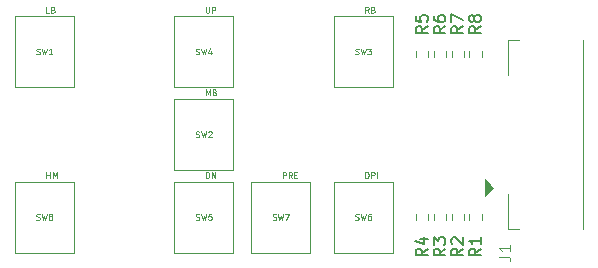
<source format=gbr>
%TF.GenerationSoftware,KiCad,Pcbnew,8.0.6-1.fc40*%
%TF.CreationDate,2025-02-15T18:16:14+01:00*%
%TF.ProjectId,airMouse-mouse,6169724d-6f75-4736-952d-6d6f7573652e,RC1*%
%TF.SameCoordinates,Original*%
%TF.FileFunction,Legend,Top*%
%TF.FilePolarity,Positive*%
%FSLAX46Y46*%
G04 Gerber Fmt 4.6, Leading zero omitted, Abs format (unit mm)*
G04 Created by KiCad (PCBNEW 8.0.6-1.fc40) date 2025-02-15 18:16:14*
%MOMM*%
%LPD*%
G01*
G04 APERTURE LIST*
%ADD10C,0.150000*%
%ADD11C,0.080000*%
%ADD12C,0.100000*%
%ADD13C,0.120000*%
G04 APERTURE END LIST*
D10*
X153954819Y-70841666D02*
X153478628Y-71174999D01*
X153954819Y-71413094D02*
X152954819Y-71413094D01*
X152954819Y-71413094D02*
X152954819Y-71032142D01*
X152954819Y-71032142D02*
X153002438Y-70936904D01*
X153002438Y-70936904D02*
X153050057Y-70889285D01*
X153050057Y-70889285D02*
X153145295Y-70841666D01*
X153145295Y-70841666D02*
X153288152Y-70841666D01*
X153288152Y-70841666D02*
X153383390Y-70889285D01*
X153383390Y-70889285D02*
X153431009Y-70936904D01*
X153431009Y-70936904D02*
X153478628Y-71032142D01*
X153478628Y-71032142D02*
X153478628Y-71413094D01*
X152954819Y-69984523D02*
X152954819Y-70174999D01*
X152954819Y-70174999D02*
X153002438Y-70270237D01*
X153002438Y-70270237D02*
X153050057Y-70317856D01*
X153050057Y-70317856D02*
X153192914Y-70413094D01*
X153192914Y-70413094D02*
X153383390Y-70460713D01*
X153383390Y-70460713D02*
X153764342Y-70460713D01*
X153764342Y-70460713D02*
X153859580Y-70413094D01*
X153859580Y-70413094D02*
X153907200Y-70365475D01*
X153907200Y-70365475D02*
X153954819Y-70270237D01*
X153954819Y-70270237D02*
X153954819Y-70079761D01*
X153954819Y-70079761D02*
X153907200Y-69984523D01*
X153907200Y-69984523D02*
X153859580Y-69936904D01*
X153859580Y-69936904D02*
X153764342Y-69889285D01*
X153764342Y-69889285D02*
X153526247Y-69889285D01*
X153526247Y-69889285D02*
X153431009Y-69936904D01*
X153431009Y-69936904D02*
X153383390Y-69984523D01*
X153383390Y-69984523D02*
X153335771Y-70079761D01*
X153335771Y-70079761D02*
X153335771Y-70270237D01*
X153335771Y-70270237D02*
X153383390Y-70365475D01*
X153383390Y-70365475D02*
X153431009Y-70413094D01*
X153431009Y-70413094D02*
X153526247Y-70460713D01*
D11*
X132833334Y-87203340D02*
X132904762Y-87227149D01*
X132904762Y-87227149D02*
X133023810Y-87227149D01*
X133023810Y-87227149D02*
X133071429Y-87203340D01*
X133071429Y-87203340D02*
X133095238Y-87179530D01*
X133095238Y-87179530D02*
X133119048Y-87131911D01*
X133119048Y-87131911D02*
X133119048Y-87084292D01*
X133119048Y-87084292D02*
X133095238Y-87036673D01*
X133095238Y-87036673D02*
X133071429Y-87012863D01*
X133071429Y-87012863D02*
X133023810Y-86989054D01*
X133023810Y-86989054D02*
X132928572Y-86965244D01*
X132928572Y-86965244D02*
X132880953Y-86941435D01*
X132880953Y-86941435D02*
X132857143Y-86917625D01*
X132857143Y-86917625D02*
X132833334Y-86870006D01*
X132833334Y-86870006D02*
X132833334Y-86822387D01*
X132833334Y-86822387D02*
X132857143Y-86774768D01*
X132857143Y-86774768D02*
X132880953Y-86750959D01*
X132880953Y-86750959D02*
X132928572Y-86727149D01*
X132928572Y-86727149D02*
X133047619Y-86727149D01*
X133047619Y-86727149D02*
X133119048Y-86750959D01*
X133285714Y-86727149D02*
X133404762Y-87227149D01*
X133404762Y-87227149D02*
X133500000Y-86870006D01*
X133500000Y-86870006D02*
X133595238Y-87227149D01*
X133595238Y-87227149D02*
X133714286Y-86727149D01*
X134142857Y-86727149D02*
X133904762Y-86727149D01*
X133904762Y-86727149D02*
X133880953Y-86965244D01*
X133880953Y-86965244D02*
X133904762Y-86941435D01*
X133904762Y-86941435D02*
X133952381Y-86917625D01*
X133952381Y-86917625D02*
X134071429Y-86917625D01*
X134071429Y-86917625D02*
X134119048Y-86941435D01*
X134119048Y-86941435D02*
X134142857Y-86965244D01*
X134142857Y-86965244D02*
X134166667Y-87012863D01*
X134166667Y-87012863D02*
X134166667Y-87131911D01*
X134166667Y-87131911D02*
X134142857Y-87179530D01*
X134142857Y-87179530D02*
X134119048Y-87203340D01*
X134119048Y-87203340D02*
X134071429Y-87227149D01*
X134071429Y-87227149D02*
X133952381Y-87227149D01*
X133952381Y-87227149D02*
X133904762Y-87203340D01*
X133904762Y-87203340D02*
X133880953Y-87179530D01*
X133671678Y-83684649D02*
X133671678Y-83184649D01*
X133671678Y-83184649D02*
X133790726Y-83184649D01*
X133790726Y-83184649D02*
X133862154Y-83208459D01*
X133862154Y-83208459D02*
X133909773Y-83256078D01*
X133909773Y-83256078D02*
X133933583Y-83303697D01*
X133933583Y-83303697D02*
X133957392Y-83398935D01*
X133957392Y-83398935D02*
X133957392Y-83470363D01*
X133957392Y-83470363D02*
X133933583Y-83565601D01*
X133933583Y-83565601D02*
X133909773Y-83613220D01*
X133909773Y-83613220D02*
X133862154Y-83660840D01*
X133862154Y-83660840D02*
X133790726Y-83684649D01*
X133790726Y-83684649D02*
X133671678Y-83684649D01*
X134171678Y-83684649D02*
X134171678Y-83184649D01*
X134171678Y-83184649D02*
X134457392Y-83684649D01*
X134457392Y-83684649D02*
X134457392Y-83184649D01*
D10*
X156954819Y-70841666D02*
X156478628Y-71174999D01*
X156954819Y-71413094D02*
X155954819Y-71413094D01*
X155954819Y-71413094D02*
X155954819Y-71032142D01*
X155954819Y-71032142D02*
X156002438Y-70936904D01*
X156002438Y-70936904D02*
X156050057Y-70889285D01*
X156050057Y-70889285D02*
X156145295Y-70841666D01*
X156145295Y-70841666D02*
X156288152Y-70841666D01*
X156288152Y-70841666D02*
X156383390Y-70889285D01*
X156383390Y-70889285D02*
X156431009Y-70936904D01*
X156431009Y-70936904D02*
X156478628Y-71032142D01*
X156478628Y-71032142D02*
X156478628Y-71413094D01*
X156383390Y-70270237D02*
X156335771Y-70365475D01*
X156335771Y-70365475D02*
X156288152Y-70413094D01*
X156288152Y-70413094D02*
X156192914Y-70460713D01*
X156192914Y-70460713D02*
X156145295Y-70460713D01*
X156145295Y-70460713D02*
X156050057Y-70413094D01*
X156050057Y-70413094D02*
X156002438Y-70365475D01*
X156002438Y-70365475D02*
X155954819Y-70270237D01*
X155954819Y-70270237D02*
X155954819Y-70079761D01*
X155954819Y-70079761D02*
X156002438Y-69984523D01*
X156002438Y-69984523D02*
X156050057Y-69936904D01*
X156050057Y-69936904D02*
X156145295Y-69889285D01*
X156145295Y-69889285D02*
X156192914Y-69889285D01*
X156192914Y-69889285D02*
X156288152Y-69936904D01*
X156288152Y-69936904D02*
X156335771Y-69984523D01*
X156335771Y-69984523D02*
X156383390Y-70079761D01*
X156383390Y-70079761D02*
X156383390Y-70270237D01*
X156383390Y-70270237D02*
X156431009Y-70365475D01*
X156431009Y-70365475D02*
X156478628Y-70413094D01*
X156478628Y-70413094D02*
X156573866Y-70460713D01*
X156573866Y-70460713D02*
X156764342Y-70460713D01*
X156764342Y-70460713D02*
X156859580Y-70413094D01*
X156859580Y-70413094D02*
X156907200Y-70365475D01*
X156907200Y-70365475D02*
X156954819Y-70270237D01*
X156954819Y-70270237D02*
X156954819Y-70079761D01*
X156954819Y-70079761D02*
X156907200Y-69984523D01*
X156907200Y-69984523D02*
X156859580Y-69936904D01*
X156859580Y-69936904D02*
X156764342Y-69889285D01*
X156764342Y-69889285D02*
X156573866Y-69889285D01*
X156573866Y-69889285D02*
X156478628Y-69936904D01*
X156478628Y-69936904D02*
X156431009Y-69984523D01*
X156431009Y-69984523D02*
X156383390Y-70079761D01*
X156954819Y-89666666D02*
X156478628Y-89999999D01*
X156954819Y-90238094D02*
X155954819Y-90238094D01*
X155954819Y-90238094D02*
X155954819Y-89857142D01*
X155954819Y-89857142D02*
X156002438Y-89761904D01*
X156002438Y-89761904D02*
X156050057Y-89714285D01*
X156050057Y-89714285D02*
X156145295Y-89666666D01*
X156145295Y-89666666D02*
X156288152Y-89666666D01*
X156288152Y-89666666D02*
X156383390Y-89714285D01*
X156383390Y-89714285D02*
X156431009Y-89761904D01*
X156431009Y-89761904D02*
X156478628Y-89857142D01*
X156478628Y-89857142D02*
X156478628Y-90238094D01*
X156954819Y-88714285D02*
X156954819Y-89285713D01*
X156954819Y-88999999D02*
X155954819Y-88999999D01*
X155954819Y-88999999D02*
X156097676Y-89095237D01*
X156097676Y-89095237D02*
X156192914Y-89190475D01*
X156192914Y-89190475D02*
X156240533Y-89285713D01*
D11*
X146333334Y-73203340D02*
X146404762Y-73227149D01*
X146404762Y-73227149D02*
X146523810Y-73227149D01*
X146523810Y-73227149D02*
X146571429Y-73203340D01*
X146571429Y-73203340D02*
X146595238Y-73179530D01*
X146595238Y-73179530D02*
X146619048Y-73131911D01*
X146619048Y-73131911D02*
X146619048Y-73084292D01*
X146619048Y-73084292D02*
X146595238Y-73036673D01*
X146595238Y-73036673D02*
X146571429Y-73012863D01*
X146571429Y-73012863D02*
X146523810Y-72989054D01*
X146523810Y-72989054D02*
X146428572Y-72965244D01*
X146428572Y-72965244D02*
X146380953Y-72941435D01*
X146380953Y-72941435D02*
X146357143Y-72917625D01*
X146357143Y-72917625D02*
X146333334Y-72870006D01*
X146333334Y-72870006D02*
X146333334Y-72822387D01*
X146333334Y-72822387D02*
X146357143Y-72774768D01*
X146357143Y-72774768D02*
X146380953Y-72750959D01*
X146380953Y-72750959D02*
X146428572Y-72727149D01*
X146428572Y-72727149D02*
X146547619Y-72727149D01*
X146547619Y-72727149D02*
X146619048Y-72750959D01*
X146785714Y-72727149D02*
X146904762Y-73227149D01*
X146904762Y-73227149D02*
X147000000Y-72870006D01*
X147000000Y-72870006D02*
X147095238Y-73227149D01*
X147095238Y-73227149D02*
X147214286Y-72727149D01*
X147357143Y-72727149D02*
X147666667Y-72727149D01*
X147666667Y-72727149D02*
X147500000Y-72917625D01*
X147500000Y-72917625D02*
X147571429Y-72917625D01*
X147571429Y-72917625D02*
X147619048Y-72941435D01*
X147619048Y-72941435D02*
X147642857Y-72965244D01*
X147642857Y-72965244D02*
X147666667Y-73012863D01*
X147666667Y-73012863D02*
X147666667Y-73131911D01*
X147666667Y-73131911D02*
X147642857Y-73179530D01*
X147642857Y-73179530D02*
X147619048Y-73203340D01*
X147619048Y-73203340D02*
X147571429Y-73227149D01*
X147571429Y-73227149D02*
X147428572Y-73227149D01*
X147428572Y-73227149D02*
X147380953Y-73203340D01*
X147380953Y-73203340D02*
X147357143Y-73179530D01*
X147457392Y-69684649D02*
X147290726Y-69446554D01*
X147171678Y-69684649D02*
X147171678Y-69184649D01*
X147171678Y-69184649D02*
X147362154Y-69184649D01*
X147362154Y-69184649D02*
X147409773Y-69208459D01*
X147409773Y-69208459D02*
X147433583Y-69232268D01*
X147433583Y-69232268D02*
X147457392Y-69279887D01*
X147457392Y-69279887D02*
X147457392Y-69351316D01*
X147457392Y-69351316D02*
X147433583Y-69398935D01*
X147433583Y-69398935D02*
X147409773Y-69422744D01*
X147409773Y-69422744D02*
X147362154Y-69446554D01*
X147362154Y-69446554D02*
X147171678Y-69446554D01*
X147838345Y-69422744D02*
X147909773Y-69446554D01*
X147909773Y-69446554D02*
X147933583Y-69470363D01*
X147933583Y-69470363D02*
X147957392Y-69517982D01*
X147957392Y-69517982D02*
X147957392Y-69589411D01*
X147957392Y-69589411D02*
X147933583Y-69637030D01*
X147933583Y-69637030D02*
X147909773Y-69660840D01*
X147909773Y-69660840D02*
X147862154Y-69684649D01*
X147862154Y-69684649D02*
X147671678Y-69684649D01*
X147671678Y-69684649D02*
X147671678Y-69184649D01*
X147671678Y-69184649D02*
X147838345Y-69184649D01*
X147838345Y-69184649D02*
X147885964Y-69208459D01*
X147885964Y-69208459D02*
X147909773Y-69232268D01*
X147909773Y-69232268D02*
X147933583Y-69279887D01*
X147933583Y-69279887D02*
X147933583Y-69327506D01*
X147933583Y-69327506D02*
X147909773Y-69375125D01*
X147909773Y-69375125D02*
X147885964Y-69398935D01*
X147885964Y-69398935D02*
X147838345Y-69422744D01*
X147838345Y-69422744D02*
X147671678Y-69422744D01*
D10*
X152454819Y-89666666D02*
X151978628Y-89999999D01*
X152454819Y-90238094D02*
X151454819Y-90238094D01*
X151454819Y-90238094D02*
X151454819Y-89857142D01*
X151454819Y-89857142D02*
X151502438Y-89761904D01*
X151502438Y-89761904D02*
X151550057Y-89714285D01*
X151550057Y-89714285D02*
X151645295Y-89666666D01*
X151645295Y-89666666D02*
X151788152Y-89666666D01*
X151788152Y-89666666D02*
X151883390Y-89714285D01*
X151883390Y-89714285D02*
X151931009Y-89761904D01*
X151931009Y-89761904D02*
X151978628Y-89857142D01*
X151978628Y-89857142D02*
X151978628Y-90238094D01*
X151788152Y-88809523D02*
X152454819Y-88809523D01*
X151407200Y-89047618D02*
X152121485Y-89285713D01*
X152121485Y-89285713D02*
X152121485Y-88666666D01*
X152454819Y-70841666D02*
X151978628Y-71174999D01*
X152454819Y-71413094D02*
X151454819Y-71413094D01*
X151454819Y-71413094D02*
X151454819Y-71032142D01*
X151454819Y-71032142D02*
X151502438Y-70936904D01*
X151502438Y-70936904D02*
X151550057Y-70889285D01*
X151550057Y-70889285D02*
X151645295Y-70841666D01*
X151645295Y-70841666D02*
X151788152Y-70841666D01*
X151788152Y-70841666D02*
X151883390Y-70889285D01*
X151883390Y-70889285D02*
X151931009Y-70936904D01*
X151931009Y-70936904D02*
X151978628Y-71032142D01*
X151978628Y-71032142D02*
X151978628Y-71413094D01*
X151454819Y-69936904D02*
X151454819Y-70413094D01*
X151454819Y-70413094D02*
X151931009Y-70460713D01*
X151931009Y-70460713D02*
X151883390Y-70413094D01*
X151883390Y-70413094D02*
X151835771Y-70317856D01*
X151835771Y-70317856D02*
X151835771Y-70079761D01*
X151835771Y-70079761D02*
X151883390Y-69984523D01*
X151883390Y-69984523D02*
X151931009Y-69936904D01*
X151931009Y-69936904D02*
X152026247Y-69889285D01*
X152026247Y-69889285D02*
X152264342Y-69889285D01*
X152264342Y-69889285D02*
X152359580Y-69936904D01*
X152359580Y-69936904D02*
X152407200Y-69984523D01*
X152407200Y-69984523D02*
X152454819Y-70079761D01*
X152454819Y-70079761D02*
X152454819Y-70317856D01*
X152454819Y-70317856D02*
X152407200Y-70413094D01*
X152407200Y-70413094D02*
X152359580Y-70460713D01*
X153954819Y-89666666D02*
X153478628Y-89999999D01*
X153954819Y-90238094D02*
X152954819Y-90238094D01*
X152954819Y-90238094D02*
X152954819Y-89857142D01*
X152954819Y-89857142D02*
X153002438Y-89761904D01*
X153002438Y-89761904D02*
X153050057Y-89714285D01*
X153050057Y-89714285D02*
X153145295Y-89666666D01*
X153145295Y-89666666D02*
X153288152Y-89666666D01*
X153288152Y-89666666D02*
X153383390Y-89714285D01*
X153383390Y-89714285D02*
X153431009Y-89761904D01*
X153431009Y-89761904D02*
X153478628Y-89857142D01*
X153478628Y-89857142D02*
X153478628Y-90238094D01*
X152954819Y-89333332D02*
X152954819Y-88714285D01*
X152954819Y-88714285D02*
X153335771Y-89047618D01*
X153335771Y-89047618D02*
X153335771Y-88904761D01*
X153335771Y-88904761D02*
X153383390Y-88809523D01*
X153383390Y-88809523D02*
X153431009Y-88761904D01*
X153431009Y-88761904D02*
X153526247Y-88714285D01*
X153526247Y-88714285D02*
X153764342Y-88714285D01*
X153764342Y-88714285D02*
X153859580Y-88761904D01*
X153859580Y-88761904D02*
X153907200Y-88809523D01*
X153907200Y-88809523D02*
X153954819Y-88904761D01*
X153954819Y-88904761D02*
X153954819Y-89190475D01*
X153954819Y-89190475D02*
X153907200Y-89285713D01*
X153907200Y-89285713D02*
X153859580Y-89333332D01*
D11*
X132833334Y-80203340D02*
X132904762Y-80227149D01*
X132904762Y-80227149D02*
X133023810Y-80227149D01*
X133023810Y-80227149D02*
X133071429Y-80203340D01*
X133071429Y-80203340D02*
X133095238Y-80179530D01*
X133095238Y-80179530D02*
X133119048Y-80131911D01*
X133119048Y-80131911D02*
X133119048Y-80084292D01*
X133119048Y-80084292D02*
X133095238Y-80036673D01*
X133095238Y-80036673D02*
X133071429Y-80012863D01*
X133071429Y-80012863D02*
X133023810Y-79989054D01*
X133023810Y-79989054D02*
X132928572Y-79965244D01*
X132928572Y-79965244D02*
X132880953Y-79941435D01*
X132880953Y-79941435D02*
X132857143Y-79917625D01*
X132857143Y-79917625D02*
X132833334Y-79870006D01*
X132833334Y-79870006D02*
X132833334Y-79822387D01*
X132833334Y-79822387D02*
X132857143Y-79774768D01*
X132857143Y-79774768D02*
X132880953Y-79750959D01*
X132880953Y-79750959D02*
X132928572Y-79727149D01*
X132928572Y-79727149D02*
X133047619Y-79727149D01*
X133047619Y-79727149D02*
X133119048Y-79750959D01*
X133285714Y-79727149D02*
X133404762Y-80227149D01*
X133404762Y-80227149D02*
X133500000Y-79870006D01*
X133500000Y-79870006D02*
X133595238Y-80227149D01*
X133595238Y-80227149D02*
X133714286Y-79727149D01*
X133880953Y-79774768D02*
X133904762Y-79750959D01*
X133904762Y-79750959D02*
X133952381Y-79727149D01*
X133952381Y-79727149D02*
X134071429Y-79727149D01*
X134071429Y-79727149D02*
X134119048Y-79750959D01*
X134119048Y-79750959D02*
X134142857Y-79774768D01*
X134142857Y-79774768D02*
X134166667Y-79822387D01*
X134166667Y-79822387D02*
X134166667Y-79870006D01*
X134166667Y-79870006D02*
X134142857Y-79941435D01*
X134142857Y-79941435D02*
X133857143Y-80227149D01*
X133857143Y-80227149D02*
X134166667Y-80227149D01*
X133671678Y-76684649D02*
X133671678Y-76184649D01*
X133671678Y-76184649D02*
X133838345Y-76541792D01*
X133838345Y-76541792D02*
X134005011Y-76184649D01*
X134005011Y-76184649D02*
X134005011Y-76684649D01*
X134409774Y-76422744D02*
X134481202Y-76446554D01*
X134481202Y-76446554D02*
X134505012Y-76470363D01*
X134505012Y-76470363D02*
X134528821Y-76517982D01*
X134528821Y-76517982D02*
X134528821Y-76589411D01*
X134528821Y-76589411D02*
X134505012Y-76637030D01*
X134505012Y-76637030D02*
X134481202Y-76660840D01*
X134481202Y-76660840D02*
X134433583Y-76684649D01*
X134433583Y-76684649D02*
X134243107Y-76684649D01*
X134243107Y-76684649D02*
X134243107Y-76184649D01*
X134243107Y-76184649D02*
X134409774Y-76184649D01*
X134409774Y-76184649D02*
X134457393Y-76208459D01*
X134457393Y-76208459D02*
X134481202Y-76232268D01*
X134481202Y-76232268D02*
X134505012Y-76279887D01*
X134505012Y-76279887D02*
X134505012Y-76327506D01*
X134505012Y-76327506D02*
X134481202Y-76375125D01*
X134481202Y-76375125D02*
X134457393Y-76398935D01*
X134457393Y-76398935D02*
X134409774Y-76422744D01*
X134409774Y-76422744D02*
X134243107Y-76422744D01*
X146333334Y-87203340D02*
X146404762Y-87227149D01*
X146404762Y-87227149D02*
X146523810Y-87227149D01*
X146523810Y-87227149D02*
X146571429Y-87203340D01*
X146571429Y-87203340D02*
X146595238Y-87179530D01*
X146595238Y-87179530D02*
X146619048Y-87131911D01*
X146619048Y-87131911D02*
X146619048Y-87084292D01*
X146619048Y-87084292D02*
X146595238Y-87036673D01*
X146595238Y-87036673D02*
X146571429Y-87012863D01*
X146571429Y-87012863D02*
X146523810Y-86989054D01*
X146523810Y-86989054D02*
X146428572Y-86965244D01*
X146428572Y-86965244D02*
X146380953Y-86941435D01*
X146380953Y-86941435D02*
X146357143Y-86917625D01*
X146357143Y-86917625D02*
X146333334Y-86870006D01*
X146333334Y-86870006D02*
X146333334Y-86822387D01*
X146333334Y-86822387D02*
X146357143Y-86774768D01*
X146357143Y-86774768D02*
X146380953Y-86750959D01*
X146380953Y-86750959D02*
X146428572Y-86727149D01*
X146428572Y-86727149D02*
X146547619Y-86727149D01*
X146547619Y-86727149D02*
X146619048Y-86750959D01*
X146785714Y-86727149D02*
X146904762Y-87227149D01*
X146904762Y-87227149D02*
X147000000Y-86870006D01*
X147000000Y-86870006D02*
X147095238Y-87227149D01*
X147095238Y-87227149D02*
X147214286Y-86727149D01*
X147619048Y-86727149D02*
X147523810Y-86727149D01*
X147523810Y-86727149D02*
X147476191Y-86750959D01*
X147476191Y-86750959D02*
X147452381Y-86774768D01*
X147452381Y-86774768D02*
X147404762Y-86846197D01*
X147404762Y-86846197D02*
X147380953Y-86941435D01*
X147380953Y-86941435D02*
X147380953Y-87131911D01*
X147380953Y-87131911D02*
X147404762Y-87179530D01*
X147404762Y-87179530D02*
X147428572Y-87203340D01*
X147428572Y-87203340D02*
X147476191Y-87227149D01*
X147476191Y-87227149D02*
X147571429Y-87227149D01*
X147571429Y-87227149D02*
X147619048Y-87203340D01*
X147619048Y-87203340D02*
X147642857Y-87179530D01*
X147642857Y-87179530D02*
X147666667Y-87131911D01*
X147666667Y-87131911D02*
X147666667Y-87012863D01*
X147666667Y-87012863D02*
X147642857Y-86965244D01*
X147642857Y-86965244D02*
X147619048Y-86941435D01*
X147619048Y-86941435D02*
X147571429Y-86917625D01*
X147571429Y-86917625D02*
X147476191Y-86917625D01*
X147476191Y-86917625D02*
X147428572Y-86941435D01*
X147428572Y-86941435D02*
X147404762Y-86965244D01*
X147404762Y-86965244D02*
X147380953Y-87012863D01*
X147171678Y-83684649D02*
X147171678Y-83184649D01*
X147171678Y-83184649D02*
X147290726Y-83184649D01*
X147290726Y-83184649D02*
X147362154Y-83208459D01*
X147362154Y-83208459D02*
X147409773Y-83256078D01*
X147409773Y-83256078D02*
X147433583Y-83303697D01*
X147433583Y-83303697D02*
X147457392Y-83398935D01*
X147457392Y-83398935D02*
X147457392Y-83470363D01*
X147457392Y-83470363D02*
X147433583Y-83565601D01*
X147433583Y-83565601D02*
X147409773Y-83613220D01*
X147409773Y-83613220D02*
X147362154Y-83660840D01*
X147362154Y-83660840D02*
X147290726Y-83684649D01*
X147290726Y-83684649D02*
X147171678Y-83684649D01*
X147671678Y-83684649D02*
X147671678Y-83184649D01*
X147671678Y-83184649D02*
X147862154Y-83184649D01*
X147862154Y-83184649D02*
X147909773Y-83208459D01*
X147909773Y-83208459D02*
X147933583Y-83232268D01*
X147933583Y-83232268D02*
X147957392Y-83279887D01*
X147957392Y-83279887D02*
X147957392Y-83351316D01*
X147957392Y-83351316D02*
X147933583Y-83398935D01*
X147933583Y-83398935D02*
X147909773Y-83422744D01*
X147909773Y-83422744D02*
X147862154Y-83446554D01*
X147862154Y-83446554D02*
X147671678Y-83446554D01*
X148171678Y-83684649D02*
X148171678Y-83184649D01*
X119333334Y-73203340D02*
X119404762Y-73227149D01*
X119404762Y-73227149D02*
X119523810Y-73227149D01*
X119523810Y-73227149D02*
X119571429Y-73203340D01*
X119571429Y-73203340D02*
X119595238Y-73179530D01*
X119595238Y-73179530D02*
X119619048Y-73131911D01*
X119619048Y-73131911D02*
X119619048Y-73084292D01*
X119619048Y-73084292D02*
X119595238Y-73036673D01*
X119595238Y-73036673D02*
X119571429Y-73012863D01*
X119571429Y-73012863D02*
X119523810Y-72989054D01*
X119523810Y-72989054D02*
X119428572Y-72965244D01*
X119428572Y-72965244D02*
X119380953Y-72941435D01*
X119380953Y-72941435D02*
X119357143Y-72917625D01*
X119357143Y-72917625D02*
X119333334Y-72870006D01*
X119333334Y-72870006D02*
X119333334Y-72822387D01*
X119333334Y-72822387D02*
X119357143Y-72774768D01*
X119357143Y-72774768D02*
X119380953Y-72750959D01*
X119380953Y-72750959D02*
X119428572Y-72727149D01*
X119428572Y-72727149D02*
X119547619Y-72727149D01*
X119547619Y-72727149D02*
X119619048Y-72750959D01*
X119785714Y-72727149D02*
X119904762Y-73227149D01*
X119904762Y-73227149D02*
X120000000Y-72870006D01*
X120000000Y-72870006D02*
X120095238Y-73227149D01*
X120095238Y-73227149D02*
X120214286Y-72727149D01*
X120666667Y-73227149D02*
X120380953Y-73227149D01*
X120523810Y-73227149D02*
X120523810Y-72727149D01*
X120523810Y-72727149D02*
X120476191Y-72798578D01*
X120476191Y-72798578D02*
X120428572Y-72846197D01*
X120428572Y-72846197D02*
X120380953Y-72870006D01*
X120409773Y-69684649D02*
X120171678Y-69684649D01*
X120171678Y-69684649D02*
X120171678Y-69184649D01*
X120743107Y-69422744D02*
X120814535Y-69446554D01*
X120814535Y-69446554D02*
X120838345Y-69470363D01*
X120838345Y-69470363D02*
X120862154Y-69517982D01*
X120862154Y-69517982D02*
X120862154Y-69589411D01*
X120862154Y-69589411D02*
X120838345Y-69637030D01*
X120838345Y-69637030D02*
X120814535Y-69660840D01*
X120814535Y-69660840D02*
X120766916Y-69684649D01*
X120766916Y-69684649D02*
X120576440Y-69684649D01*
X120576440Y-69684649D02*
X120576440Y-69184649D01*
X120576440Y-69184649D02*
X120743107Y-69184649D01*
X120743107Y-69184649D02*
X120790726Y-69208459D01*
X120790726Y-69208459D02*
X120814535Y-69232268D01*
X120814535Y-69232268D02*
X120838345Y-69279887D01*
X120838345Y-69279887D02*
X120838345Y-69327506D01*
X120838345Y-69327506D02*
X120814535Y-69375125D01*
X120814535Y-69375125D02*
X120790726Y-69398935D01*
X120790726Y-69398935D02*
X120743107Y-69422744D01*
X120743107Y-69422744D02*
X120576440Y-69422744D01*
D12*
X158457419Y-90333333D02*
X159171704Y-90333333D01*
X159171704Y-90333333D02*
X159314561Y-90380952D01*
X159314561Y-90380952D02*
X159409800Y-90476190D01*
X159409800Y-90476190D02*
X159457419Y-90619047D01*
X159457419Y-90619047D02*
X159457419Y-90714285D01*
X159457419Y-89333333D02*
X159457419Y-89904761D01*
X159457419Y-89619047D02*
X158457419Y-89619047D01*
X158457419Y-89619047D02*
X158600276Y-89714285D01*
X158600276Y-89714285D02*
X158695514Y-89809523D01*
X158695514Y-89809523D02*
X158743133Y-89904761D01*
D11*
X132833334Y-73203340D02*
X132904762Y-73227149D01*
X132904762Y-73227149D02*
X133023810Y-73227149D01*
X133023810Y-73227149D02*
X133071429Y-73203340D01*
X133071429Y-73203340D02*
X133095238Y-73179530D01*
X133095238Y-73179530D02*
X133119048Y-73131911D01*
X133119048Y-73131911D02*
X133119048Y-73084292D01*
X133119048Y-73084292D02*
X133095238Y-73036673D01*
X133095238Y-73036673D02*
X133071429Y-73012863D01*
X133071429Y-73012863D02*
X133023810Y-72989054D01*
X133023810Y-72989054D02*
X132928572Y-72965244D01*
X132928572Y-72965244D02*
X132880953Y-72941435D01*
X132880953Y-72941435D02*
X132857143Y-72917625D01*
X132857143Y-72917625D02*
X132833334Y-72870006D01*
X132833334Y-72870006D02*
X132833334Y-72822387D01*
X132833334Y-72822387D02*
X132857143Y-72774768D01*
X132857143Y-72774768D02*
X132880953Y-72750959D01*
X132880953Y-72750959D02*
X132928572Y-72727149D01*
X132928572Y-72727149D02*
X133047619Y-72727149D01*
X133047619Y-72727149D02*
X133119048Y-72750959D01*
X133285714Y-72727149D02*
X133404762Y-73227149D01*
X133404762Y-73227149D02*
X133500000Y-72870006D01*
X133500000Y-72870006D02*
X133595238Y-73227149D01*
X133595238Y-73227149D02*
X133714286Y-72727149D01*
X134119048Y-72893816D02*
X134119048Y-73227149D01*
X134000000Y-72703340D02*
X133880953Y-73060482D01*
X133880953Y-73060482D02*
X134190476Y-73060482D01*
X133671678Y-69184649D02*
X133671678Y-69589411D01*
X133671678Y-69589411D02*
X133695488Y-69637030D01*
X133695488Y-69637030D02*
X133719297Y-69660840D01*
X133719297Y-69660840D02*
X133766916Y-69684649D01*
X133766916Y-69684649D02*
X133862154Y-69684649D01*
X133862154Y-69684649D02*
X133909773Y-69660840D01*
X133909773Y-69660840D02*
X133933583Y-69637030D01*
X133933583Y-69637030D02*
X133957392Y-69589411D01*
X133957392Y-69589411D02*
X133957392Y-69184649D01*
X134195488Y-69684649D02*
X134195488Y-69184649D01*
X134195488Y-69184649D02*
X134385964Y-69184649D01*
X134385964Y-69184649D02*
X134433583Y-69208459D01*
X134433583Y-69208459D02*
X134457393Y-69232268D01*
X134457393Y-69232268D02*
X134481202Y-69279887D01*
X134481202Y-69279887D02*
X134481202Y-69351316D01*
X134481202Y-69351316D02*
X134457393Y-69398935D01*
X134457393Y-69398935D02*
X134433583Y-69422744D01*
X134433583Y-69422744D02*
X134385964Y-69446554D01*
X134385964Y-69446554D02*
X134195488Y-69446554D01*
D10*
X155454819Y-89666666D02*
X154978628Y-89999999D01*
X155454819Y-90238094D02*
X154454819Y-90238094D01*
X154454819Y-90238094D02*
X154454819Y-89857142D01*
X154454819Y-89857142D02*
X154502438Y-89761904D01*
X154502438Y-89761904D02*
X154550057Y-89714285D01*
X154550057Y-89714285D02*
X154645295Y-89666666D01*
X154645295Y-89666666D02*
X154788152Y-89666666D01*
X154788152Y-89666666D02*
X154883390Y-89714285D01*
X154883390Y-89714285D02*
X154931009Y-89761904D01*
X154931009Y-89761904D02*
X154978628Y-89857142D01*
X154978628Y-89857142D02*
X154978628Y-90238094D01*
X154550057Y-89285713D02*
X154502438Y-89238094D01*
X154502438Y-89238094D02*
X154454819Y-89142856D01*
X154454819Y-89142856D02*
X154454819Y-88904761D01*
X154454819Y-88904761D02*
X154502438Y-88809523D01*
X154502438Y-88809523D02*
X154550057Y-88761904D01*
X154550057Y-88761904D02*
X154645295Y-88714285D01*
X154645295Y-88714285D02*
X154740533Y-88714285D01*
X154740533Y-88714285D02*
X154883390Y-88761904D01*
X154883390Y-88761904D02*
X155454819Y-89333332D01*
X155454819Y-89333332D02*
X155454819Y-88714285D01*
D11*
X139333334Y-87203340D02*
X139404762Y-87227149D01*
X139404762Y-87227149D02*
X139523810Y-87227149D01*
X139523810Y-87227149D02*
X139571429Y-87203340D01*
X139571429Y-87203340D02*
X139595238Y-87179530D01*
X139595238Y-87179530D02*
X139619048Y-87131911D01*
X139619048Y-87131911D02*
X139619048Y-87084292D01*
X139619048Y-87084292D02*
X139595238Y-87036673D01*
X139595238Y-87036673D02*
X139571429Y-87012863D01*
X139571429Y-87012863D02*
X139523810Y-86989054D01*
X139523810Y-86989054D02*
X139428572Y-86965244D01*
X139428572Y-86965244D02*
X139380953Y-86941435D01*
X139380953Y-86941435D02*
X139357143Y-86917625D01*
X139357143Y-86917625D02*
X139333334Y-86870006D01*
X139333334Y-86870006D02*
X139333334Y-86822387D01*
X139333334Y-86822387D02*
X139357143Y-86774768D01*
X139357143Y-86774768D02*
X139380953Y-86750959D01*
X139380953Y-86750959D02*
X139428572Y-86727149D01*
X139428572Y-86727149D02*
X139547619Y-86727149D01*
X139547619Y-86727149D02*
X139619048Y-86750959D01*
X139785714Y-86727149D02*
X139904762Y-87227149D01*
X139904762Y-87227149D02*
X140000000Y-86870006D01*
X140000000Y-86870006D02*
X140095238Y-87227149D01*
X140095238Y-87227149D02*
X140214286Y-86727149D01*
X140357143Y-86727149D02*
X140690476Y-86727149D01*
X140690476Y-86727149D02*
X140476191Y-87227149D01*
X140171678Y-83684649D02*
X140171678Y-83184649D01*
X140171678Y-83184649D02*
X140362154Y-83184649D01*
X140362154Y-83184649D02*
X140409773Y-83208459D01*
X140409773Y-83208459D02*
X140433583Y-83232268D01*
X140433583Y-83232268D02*
X140457392Y-83279887D01*
X140457392Y-83279887D02*
X140457392Y-83351316D01*
X140457392Y-83351316D02*
X140433583Y-83398935D01*
X140433583Y-83398935D02*
X140409773Y-83422744D01*
X140409773Y-83422744D02*
X140362154Y-83446554D01*
X140362154Y-83446554D02*
X140171678Y-83446554D01*
X140957392Y-83684649D02*
X140790726Y-83446554D01*
X140671678Y-83684649D02*
X140671678Y-83184649D01*
X140671678Y-83184649D02*
X140862154Y-83184649D01*
X140862154Y-83184649D02*
X140909773Y-83208459D01*
X140909773Y-83208459D02*
X140933583Y-83232268D01*
X140933583Y-83232268D02*
X140957392Y-83279887D01*
X140957392Y-83279887D02*
X140957392Y-83351316D01*
X140957392Y-83351316D02*
X140933583Y-83398935D01*
X140933583Y-83398935D02*
X140909773Y-83422744D01*
X140909773Y-83422744D02*
X140862154Y-83446554D01*
X140862154Y-83446554D02*
X140671678Y-83446554D01*
X141171678Y-83422744D02*
X141338345Y-83422744D01*
X141409773Y-83684649D02*
X141171678Y-83684649D01*
X141171678Y-83684649D02*
X141171678Y-83184649D01*
X141171678Y-83184649D02*
X141409773Y-83184649D01*
X119333334Y-87203340D02*
X119404762Y-87227149D01*
X119404762Y-87227149D02*
X119523810Y-87227149D01*
X119523810Y-87227149D02*
X119571429Y-87203340D01*
X119571429Y-87203340D02*
X119595238Y-87179530D01*
X119595238Y-87179530D02*
X119619048Y-87131911D01*
X119619048Y-87131911D02*
X119619048Y-87084292D01*
X119619048Y-87084292D02*
X119595238Y-87036673D01*
X119595238Y-87036673D02*
X119571429Y-87012863D01*
X119571429Y-87012863D02*
X119523810Y-86989054D01*
X119523810Y-86989054D02*
X119428572Y-86965244D01*
X119428572Y-86965244D02*
X119380953Y-86941435D01*
X119380953Y-86941435D02*
X119357143Y-86917625D01*
X119357143Y-86917625D02*
X119333334Y-86870006D01*
X119333334Y-86870006D02*
X119333334Y-86822387D01*
X119333334Y-86822387D02*
X119357143Y-86774768D01*
X119357143Y-86774768D02*
X119380953Y-86750959D01*
X119380953Y-86750959D02*
X119428572Y-86727149D01*
X119428572Y-86727149D02*
X119547619Y-86727149D01*
X119547619Y-86727149D02*
X119619048Y-86750959D01*
X119785714Y-86727149D02*
X119904762Y-87227149D01*
X119904762Y-87227149D02*
X120000000Y-86870006D01*
X120000000Y-86870006D02*
X120095238Y-87227149D01*
X120095238Y-87227149D02*
X120214286Y-86727149D01*
X120476191Y-86941435D02*
X120428572Y-86917625D01*
X120428572Y-86917625D02*
X120404762Y-86893816D01*
X120404762Y-86893816D02*
X120380953Y-86846197D01*
X120380953Y-86846197D02*
X120380953Y-86822387D01*
X120380953Y-86822387D02*
X120404762Y-86774768D01*
X120404762Y-86774768D02*
X120428572Y-86750959D01*
X120428572Y-86750959D02*
X120476191Y-86727149D01*
X120476191Y-86727149D02*
X120571429Y-86727149D01*
X120571429Y-86727149D02*
X120619048Y-86750959D01*
X120619048Y-86750959D02*
X120642857Y-86774768D01*
X120642857Y-86774768D02*
X120666667Y-86822387D01*
X120666667Y-86822387D02*
X120666667Y-86846197D01*
X120666667Y-86846197D02*
X120642857Y-86893816D01*
X120642857Y-86893816D02*
X120619048Y-86917625D01*
X120619048Y-86917625D02*
X120571429Y-86941435D01*
X120571429Y-86941435D02*
X120476191Y-86941435D01*
X120476191Y-86941435D02*
X120428572Y-86965244D01*
X120428572Y-86965244D02*
X120404762Y-86989054D01*
X120404762Y-86989054D02*
X120380953Y-87036673D01*
X120380953Y-87036673D02*
X120380953Y-87131911D01*
X120380953Y-87131911D02*
X120404762Y-87179530D01*
X120404762Y-87179530D02*
X120428572Y-87203340D01*
X120428572Y-87203340D02*
X120476191Y-87227149D01*
X120476191Y-87227149D02*
X120571429Y-87227149D01*
X120571429Y-87227149D02*
X120619048Y-87203340D01*
X120619048Y-87203340D02*
X120642857Y-87179530D01*
X120642857Y-87179530D02*
X120666667Y-87131911D01*
X120666667Y-87131911D02*
X120666667Y-87036673D01*
X120666667Y-87036673D02*
X120642857Y-86989054D01*
X120642857Y-86989054D02*
X120619048Y-86965244D01*
X120619048Y-86965244D02*
X120571429Y-86941435D01*
X120171678Y-83684649D02*
X120171678Y-83184649D01*
X120171678Y-83422744D02*
X120457392Y-83422744D01*
X120457392Y-83684649D02*
X120457392Y-83184649D01*
X120695488Y-83684649D02*
X120695488Y-83184649D01*
X120695488Y-83184649D02*
X120862155Y-83541792D01*
X120862155Y-83541792D02*
X121028821Y-83184649D01*
X121028821Y-83184649D02*
X121028821Y-83684649D01*
D10*
X155454819Y-70841666D02*
X154978628Y-71174999D01*
X155454819Y-71413094D02*
X154454819Y-71413094D01*
X154454819Y-71413094D02*
X154454819Y-71032142D01*
X154454819Y-71032142D02*
X154502438Y-70936904D01*
X154502438Y-70936904D02*
X154550057Y-70889285D01*
X154550057Y-70889285D02*
X154645295Y-70841666D01*
X154645295Y-70841666D02*
X154788152Y-70841666D01*
X154788152Y-70841666D02*
X154883390Y-70889285D01*
X154883390Y-70889285D02*
X154931009Y-70936904D01*
X154931009Y-70936904D02*
X154978628Y-71032142D01*
X154978628Y-71032142D02*
X154978628Y-71413094D01*
X154454819Y-70508332D02*
X154454819Y-69841666D01*
X154454819Y-69841666D02*
X155454819Y-70270237D01*
D13*
%TO.C,R6*%
X152977500Y-72937742D02*
X152977500Y-73412258D01*
X154022500Y-72937742D02*
X154022500Y-73412258D01*
%TO.C,SW5*%
D12*
X131000000Y-84000000D02*
X136000000Y-84000000D01*
X136000000Y-90000000D01*
X131000000Y-90000000D01*
X131000000Y-84000000D01*
D13*
%TO.C,R8*%
X155977500Y-72937742D02*
X155977500Y-73412258D01*
X157022500Y-72937742D02*
X157022500Y-73412258D01*
%TO.C,R1*%
X155977500Y-87237258D02*
X155977500Y-86762742D01*
X157022500Y-87237258D02*
X157022500Y-86762742D01*
%TO.C,SW3*%
D12*
X144500000Y-70000000D02*
X149500000Y-70000000D01*
X149500000Y-76000000D01*
X144500000Y-76000000D01*
X144500000Y-70000000D01*
D13*
%TO.C,R4*%
X151477500Y-87237258D02*
X151477500Y-86762742D01*
X152522500Y-87237258D02*
X152522500Y-86762742D01*
%TO.C,R5*%
X151477500Y-72937742D02*
X151477500Y-73412258D01*
X152522500Y-72937742D02*
X152522500Y-73412258D01*
%TO.C,R3*%
X152977500Y-87237258D02*
X152977500Y-86762742D01*
X154022500Y-87237258D02*
X154022500Y-86762742D01*
%TO.C,SW2*%
D12*
X131000000Y-77000000D02*
X136000000Y-77000000D01*
X136000000Y-83000000D01*
X131000000Y-83000000D01*
X131000000Y-77000000D01*
%TO.C,SW6*%
X144500000Y-84000000D02*
X149500000Y-84000000D01*
X149500000Y-90000000D01*
X144500000Y-90000000D01*
X144500000Y-84000000D01*
%TO.C,SW1*%
X117500000Y-70000000D02*
X122500000Y-70000000D01*
X122500000Y-76000000D01*
X117500000Y-76000000D01*
X117500000Y-70000000D01*
%TO.C,J1*%
X159212500Y-72000000D02*
X160212500Y-72000000D01*
X159212500Y-75000000D02*
X159212500Y-72000000D01*
X159212500Y-85000000D02*
X159212500Y-88000000D01*
X159212500Y-88000000D02*
X160212500Y-88000000D01*
X165612500Y-88000000D02*
X165612500Y-72000000D01*
X158012500Y-84500000D02*
X157312500Y-85200000D01*
X157312500Y-83800000D01*
X158012500Y-84500000D01*
G36*
X158012500Y-84500000D02*
G01*
X157312500Y-85200000D01*
X157312500Y-83800000D01*
X158012500Y-84500000D01*
G37*
%TO.C,SW4*%
X131000000Y-70000000D02*
X136000000Y-70000000D01*
X136000000Y-76000000D01*
X131000000Y-76000000D01*
X131000000Y-70000000D01*
D13*
%TO.C,R2*%
X154477500Y-87237258D02*
X154477500Y-86762742D01*
X155522500Y-87237258D02*
X155522500Y-86762742D01*
%TO.C,SW7*%
D12*
X137500000Y-84000000D02*
X142500000Y-84000000D01*
X142500000Y-90000000D01*
X137500000Y-90000000D01*
X137500000Y-84000000D01*
%TO.C,SW8*%
X117500000Y-84000000D02*
X122500000Y-84000000D01*
X122500000Y-90000000D01*
X117500000Y-90000000D01*
X117500000Y-84000000D01*
D13*
%TO.C,R7*%
X154477500Y-72937742D02*
X154477500Y-73412258D01*
X155522500Y-72937742D02*
X155522500Y-73412258D01*
%TD*%
M02*

</source>
